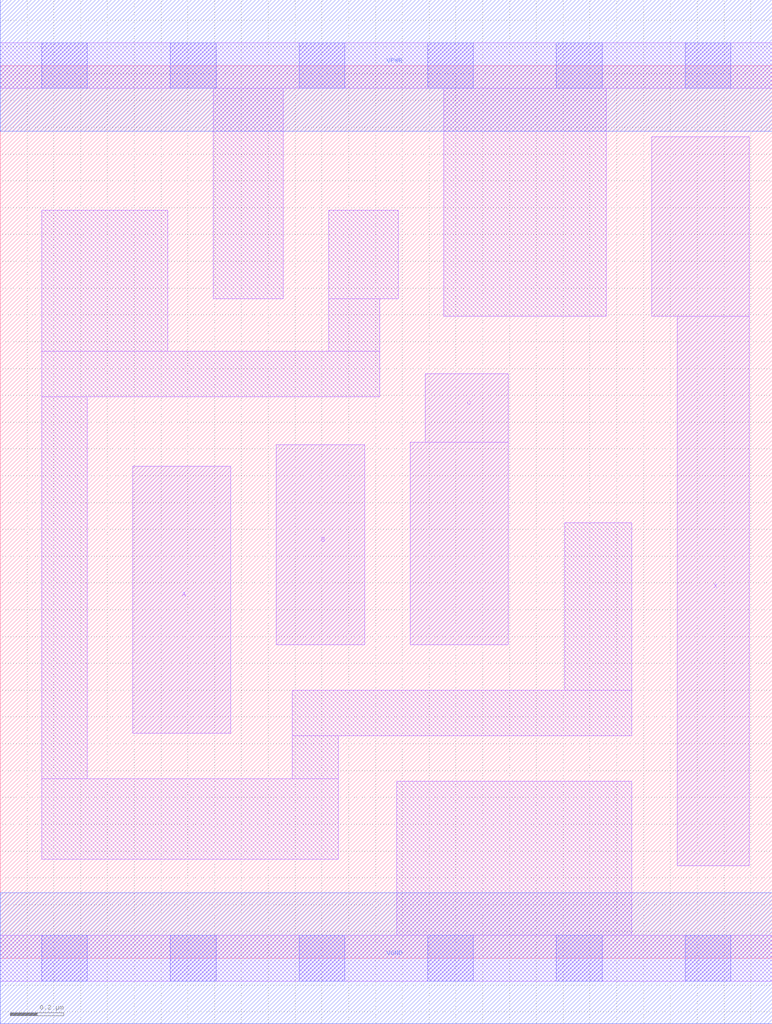
<source format=lef>
# Copyright 2020 The SkyWater PDK Authors
#
# Licensed under the Apache License, Version 2.0 (the "License");
# you may not use this file except in compliance with the License.
# You may obtain a copy of the License at
#
#     https://www.apache.org/licenses/LICENSE-2.0
#
# Unless required by applicable law or agreed to in writing, software
# distributed under the License is distributed on an "AS IS" BASIS,
# WITHOUT WARRANTIES OR CONDITIONS OF ANY KIND, either express or implied.
# See the License for the specific language governing permissions and
# limitations under the License.
#
# SPDX-License-Identifier: Apache-2.0

VERSION 5.7 ;
  NAMESCASESENSITIVE ON ;
  NOWIREEXTENSIONATPIN ON ;
  DIVIDERCHAR "/" ;
  BUSBITCHARS "[]" ;
UNITS
  DATABASE MICRONS 200 ;
END UNITS
MACRO sky130_fd_sc_lp__and3_0
  CLASS CORE ;
  SOURCE USER ;
  FOREIGN sky130_fd_sc_lp__and3_0 ;
  ORIGIN  0.000000  0.000000 ;
  SIZE  2.880000 BY  3.330000 ;
  SYMMETRY X Y R90 ;
  SITE unit ;
  PIN A
    ANTENNAGATEAREA  0.126000 ;
    DIRECTION INPUT ;
    USE SIGNAL ;
    PORT
      LAYER li1 ;
        RECT 0.495000 0.840000 0.860000 1.835000 ;
    END
  END A
  PIN B
    ANTENNAGATEAREA  0.126000 ;
    DIRECTION INPUT ;
    USE SIGNAL ;
    PORT
      LAYER li1 ;
        RECT 1.030000 1.170000 1.360000 1.915000 ;
    END
  END B
  PIN C
    ANTENNAGATEAREA  0.126000 ;
    DIRECTION INPUT ;
    USE SIGNAL ;
    PORT
      LAYER li1 ;
        RECT 1.530000 1.170000 1.895000 1.925000 ;
        RECT 1.585000 1.925000 1.895000 2.180000 ;
    END
  END C
  PIN X
    ANTENNADIFFAREA  0.287300 ;
    DIRECTION OUTPUT ;
    USE SIGNAL ;
    PORT
      LAYER li1 ;
        RECT 2.430000 2.395000 2.795000 3.065000 ;
        RECT 2.525000 0.345000 2.795000 2.395000 ;
    END
  END X
  PIN VGND
    DIRECTION INOUT ;
    USE GROUND ;
    PORT
      LAYER met1 ;
        RECT 0.000000 -0.245000 2.880000 0.245000 ;
    END
  END VGND
  PIN VPWR
    DIRECTION INOUT ;
    USE POWER ;
    PORT
      LAYER met1 ;
        RECT 0.000000 3.085000 2.880000 3.575000 ;
    END
  END VPWR
  OBS
    LAYER li1 ;
      RECT 0.000000 -0.085000 2.880000 0.085000 ;
      RECT 0.000000  3.245000 2.880000 3.415000 ;
      RECT 0.155000  0.370000 1.260000 0.670000 ;
      RECT 0.155000  0.670000 0.325000 2.095000 ;
      RECT 0.155000  2.095000 1.415000 2.265000 ;
      RECT 0.155000  2.265000 0.625000 2.790000 ;
      RECT 0.795000  2.460000 1.055000 3.245000 ;
      RECT 1.090000  0.670000 1.260000 0.830000 ;
      RECT 1.090000  0.830000 2.355000 1.000000 ;
      RECT 1.225000  2.265000 1.415000 2.460000 ;
      RECT 1.225000  2.460000 1.485000 2.790000 ;
      RECT 1.480000  0.085000 2.355000 0.660000 ;
      RECT 1.655000  2.395000 2.260000 3.245000 ;
      RECT 2.105000  1.000000 2.355000 1.625000 ;
    LAYER mcon ;
      RECT 0.155000 -0.085000 0.325000 0.085000 ;
      RECT 0.155000  3.245000 0.325000 3.415000 ;
      RECT 0.635000 -0.085000 0.805000 0.085000 ;
      RECT 0.635000  3.245000 0.805000 3.415000 ;
      RECT 1.115000 -0.085000 1.285000 0.085000 ;
      RECT 1.115000  3.245000 1.285000 3.415000 ;
      RECT 1.595000 -0.085000 1.765000 0.085000 ;
      RECT 1.595000  3.245000 1.765000 3.415000 ;
      RECT 2.075000 -0.085000 2.245000 0.085000 ;
      RECT 2.075000  3.245000 2.245000 3.415000 ;
      RECT 2.555000 -0.085000 2.725000 0.085000 ;
      RECT 2.555000  3.245000 2.725000 3.415000 ;
  END
END sky130_fd_sc_lp__and3_0
END LIBRARY

</source>
